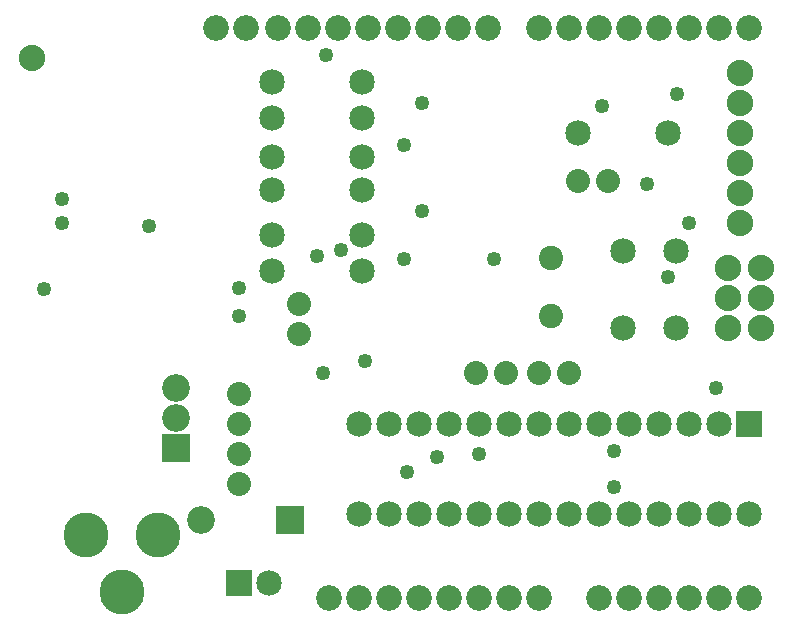
<source format=gbs>
G04 MADE WITH FRITZING*
G04 WWW.FRITZING.ORG*
G04 DOUBLE SIDED*
G04 HOLES PLATED*
G04 CONTOUR ON CENTER OF CONTOUR VECTOR*
%ASAXBY*%
%FSLAX23Y23*%
%MOIN*%
%OFA0B0*%
%SFA1.0B1.0*%
%ADD10C,0.049370*%
%ADD11C,0.085000*%
%ADD12C,0.080925*%
%ADD13C,0.080866*%
%ADD14C,0.080000*%
%ADD15C,0.088000*%
%ADD16C,0.092000*%
%ADD17C,0.150000*%
%ADD18C,0.085833*%
%ADD19R,0.085000X0.085000*%
%ADD20R,0.092000X0.092000*%
%LNMASK0*%
G90*
G70*
G54D10*
X805Y1031D03*
X805Y1122D03*
G54D11*
X2505Y671D03*
X2505Y371D03*
X2405Y671D03*
X2405Y371D03*
X2305Y671D03*
X2305Y371D03*
X2205Y671D03*
X2205Y371D03*
X2105Y671D03*
X2105Y371D03*
X2005Y671D03*
X2005Y371D03*
X1905Y671D03*
X1905Y371D03*
X1805Y671D03*
X1805Y371D03*
X1705Y671D03*
X1705Y371D03*
X1605Y671D03*
X1605Y371D03*
X1505Y671D03*
X1505Y371D03*
X1405Y671D03*
X1405Y371D03*
X1305Y671D03*
X1305Y371D03*
X1205Y671D03*
X1205Y371D03*
G54D10*
X2015Y1731D03*
G54D11*
X2263Y1247D03*
X2263Y991D03*
X2085Y1247D03*
X2085Y991D03*
G54D12*
X1845Y1224D03*
G54D13*
X1845Y1031D03*
G54D11*
X2235Y1641D03*
X1935Y1641D03*
G54D14*
X1805Y841D03*
X1906Y841D03*
X1595Y841D03*
X1696Y841D03*
X2035Y1481D03*
X1935Y1481D03*
G54D15*
X2475Y1841D03*
X2475Y1741D03*
X2475Y1641D03*
X2475Y1541D03*
X2475Y1441D03*
X2475Y1341D03*
G54D16*
X595Y591D03*
X595Y691D03*
X595Y791D03*
G54D17*
X535Y301D03*
X295Y301D03*
X415Y111D03*
G54D16*
X975Y351D03*
X677Y351D03*
G54D11*
X805Y141D03*
X905Y141D03*
G54D14*
X805Y671D03*
X805Y771D03*
X1005Y1071D03*
X1005Y971D03*
G54D15*
X2435Y991D03*
X2435Y1091D03*
X2435Y1191D03*
X2545Y991D03*
X2545Y1091D03*
X2545Y1191D03*
X115Y1891D03*
G54D14*
X805Y471D03*
X805Y571D03*
G54D11*
X1215Y1811D03*
X915Y1811D03*
X915Y1691D03*
X1215Y1691D03*
X1215Y1561D03*
X915Y1561D03*
X915Y1181D03*
X1215Y1181D03*
X1215Y1451D03*
X915Y1451D03*
X915Y1301D03*
X1215Y1301D03*
G54D10*
X155Y1121D03*
X505Y1331D03*
X215Y1341D03*
X215Y1421D03*
X2165Y1471D03*
X2235Y1161D03*
X2305Y1341D03*
X2265Y1771D03*
X1225Y881D03*
X1095Y1901D03*
X1085Y841D03*
X1415Y1381D03*
X1465Y561D03*
X1605Y571D03*
X1065Y1231D03*
X1415Y1741D03*
X2395Y791D03*
X2055Y461D03*
X2055Y581D03*
X1355Y1601D03*
X1355Y1221D03*
X1145Y1251D03*
X1365Y511D03*
X1655Y1221D03*
G54D18*
X728Y1991D03*
X828Y1991D03*
X935Y1991D03*
X1035Y1991D03*
X1135Y1991D03*
X1235Y1991D03*
X1335Y1991D03*
X1435Y1991D03*
X1535Y1991D03*
X1635Y1991D03*
X1805Y1991D03*
X1905Y1991D03*
X2005Y1991D03*
X2105Y1991D03*
X2205Y1991D03*
X2305Y1991D03*
X2405Y1991D03*
X2505Y1991D03*
X1105Y91D03*
X1205Y91D03*
X1305Y91D03*
X1405Y91D03*
X1505Y91D03*
X1605Y91D03*
X1705Y91D03*
X1805Y91D03*
X2005Y91D03*
X2105Y91D03*
X2205Y91D03*
X2305Y91D03*
X2405Y91D03*
X2505Y91D03*
G54D19*
X2505Y671D03*
G54D20*
X595Y591D03*
X976Y351D03*
G54D19*
X805Y141D03*
G04 End of Mask0*
M02*
</source>
